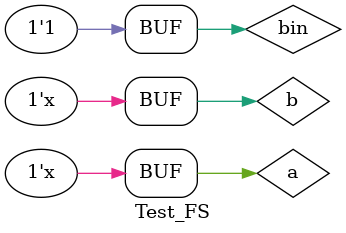
<source format=v>
module Test_FS;
  reg a, b, bin;
  wire diff, bout;
  full_sub fs(a, b, bin, diff, bout);
  
initial begin
    a = 0;
    b=0;
    bin=0;
    #20  bin = 1 ;
end

always #10 a=~a;
always #5 b=~b; 

endmodule

</source>
